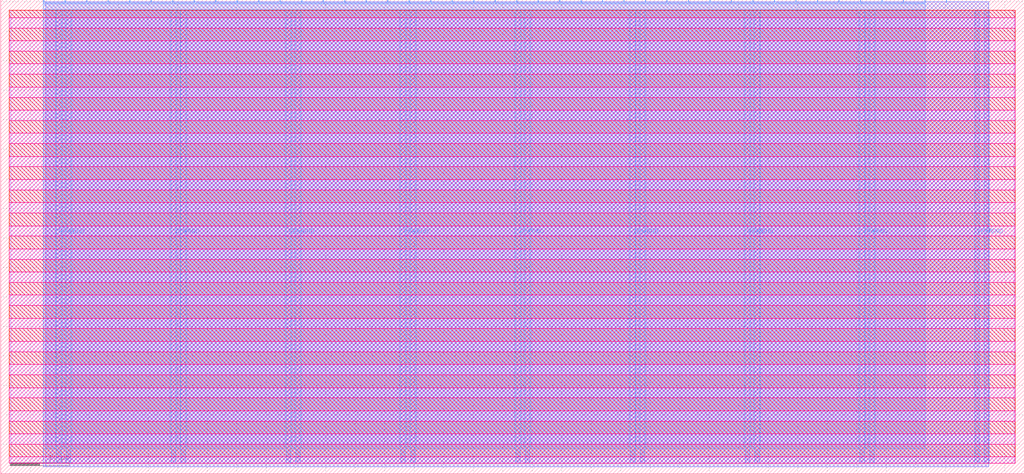
<source format=lef>
VERSION 5.7 ;
  NOWIREEXTENSIONATPIN ON ;
  DIVIDERCHAR "/" ;
  BUSBITCHARS "[]" ;
MACRO tt_um_rejunity_vga_logo
  CLASS BLOCK ;
  FOREIGN tt_um_rejunity_vga_logo ;
  ORIGIN 0.000 0.000 ;
  SIZE 346.640 BY 160.720 ;
  PIN VGND
    DIRECTION INOUT ;
    USE GROUND ;
    PORT
      LAYER Metal4 ;
        RECT 22.180 3.620 23.780 157.100 ;
    END
    PORT
      LAYER Metal4 ;
        RECT 61.050 3.620 62.650 157.100 ;
    END
    PORT
      LAYER Metal4 ;
        RECT 99.920 3.620 101.520 157.100 ;
    END
    PORT
      LAYER Metal4 ;
        RECT 138.790 3.620 140.390 157.100 ;
    END
    PORT
      LAYER Metal4 ;
        RECT 177.660 3.620 179.260 157.100 ;
    END
    PORT
      LAYER Metal4 ;
        RECT 216.530 3.620 218.130 157.100 ;
    END
    PORT
      LAYER Metal4 ;
        RECT 255.400 3.620 257.000 157.100 ;
    END
    PORT
      LAYER Metal4 ;
        RECT 294.270 3.620 295.870 157.100 ;
    END
    PORT
      LAYER Metal4 ;
        RECT 333.140 3.620 334.740 157.100 ;
    END
  END VGND
  PIN VPWR
    DIRECTION INOUT ;
    USE POWER ;
    PORT
      LAYER Metal4 ;
        RECT 18.880 3.620 20.480 157.100 ;
    END
    PORT
      LAYER Metal4 ;
        RECT 57.750 3.620 59.350 157.100 ;
    END
    PORT
      LAYER Metal4 ;
        RECT 96.620 3.620 98.220 157.100 ;
    END
    PORT
      LAYER Metal4 ;
        RECT 135.490 3.620 137.090 157.100 ;
    END
    PORT
      LAYER Metal4 ;
        RECT 174.360 3.620 175.960 157.100 ;
    END
    PORT
      LAYER Metal4 ;
        RECT 213.230 3.620 214.830 157.100 ;
    END
    PORT
      LAYER Metal4 ;
        RECT 252.100 3.620 253.700 157.100 ;
    END
    PORT
      LAYER Metal4 ;
        RECT 290.970 3.620 292.570 157.100 ;
    END
    PORT
      LAYER Metal4 ;
        RECT 329.840 3.620 331.440 157.100 ;
    END
  END VPWR
  PIN clk
    DIRECTION INPUT ;
    USE SIGNAL ;
    ANTENNAGATEAREA 4.738000 ;
    PORT
      LAYER Metal4 ;
        RECT 312.890 159.720 313.190 160.720 ;
    END
  END clk
  PIN ena
    DIRECTION INPUT ;
    USE SIGNAL ;
    PORT
      LAYER Metal4 ;
        RECT 320.170 159.720 320.470 160.720 ;
    END
  END ena
  PIN rst_n
    DIRECTION INPUT ;
    USE SIGNAL ;
    ANTENNAGATEAREA 0.396000 ;
    PORT
      LAYER Metal4 ;
        RECT 305.610 159.720 305.910 160.720 ;
    END
  END rst_n
  PIN ui_in[0]
    DIRECTION INPUT ;
    USE SIGNAL ;
    PORT
      LAYER Metal4 ;
        RECT 298.330 159.720 298.630 160.720 ;
    END
  END ui_in[0]
  PIN ui_in[1]
    DIRECTION INPUT ;
    USE SIGNAL ;
    PORT
      LAYER Metal4 ;
        RECT 291.050 159.720 291.350 160.720 ;
    END
  END ui_in[1]
  PIN ui_in[2]
    DIRECTION INPUT ;
    USE SIGNAL ;
    PORT
      LAYER Metal4 ;
        RECT 283.770 159.720 284.070 160.720 ;
    END
  END ui_in[2]
  PIN ui_in[3]
    DIRECTION INPUT ;
    USE SIGNAL ;
    PORT
      LAYER Metal4 ;
        RECT 276.490 159.720 276.790 160.720 ;
    END
  END ui_in[3]
  PIN ui_in[4]
    DIRECTION INPUT ;
    USE SIGNAL ;
    PORT
      LAYER Metal4 ;
        RECT 269.210 159.720 269.510 160.720 ;
    END
  END ui_in[4]
  PIN ui_in[5]
    DIRECTION INPUT ;
    USE SIGNAL ;
    PORT
      LAYER Metal4 ;
        RECT 261.930 159.720 262.230 160.720 ;
    END
  END ui_in[5]
  PIN ui_in[6]
    DIRECTION INPUT ;
    USE SIGNAL ;
    PORT
      LAYER Metal4 ;
        RECT 254.650 159.720 254.950 160.720 ;
    END
  END ui_in[6]
  PIN ui_in[7]
    DIRECTION INPUT ;
    USE SIGNAL ;
    PORT
      LAYER Metal4 ;
        RECT 247.370 159.720 247.670 160.720 ;
    END
  END ui_in[7]
  PIN uio_in[0]
    DIRECTION INPUT ;
    USE SIGNAL ;
    PORT
      LAYER Metal4 ;
        RECT 240.090 159.720 240.390 160.720 ;
    END
  END uio_in[0]
  PIN uio_in[1]
    DIRECTION INPUT ;
    USE SIGNAL ;
    PORT
      LAYER Metal4 ;
        RECT 232.810 159.720 233.110 160.720 ;
    END
  END uio_in[1]
  PIN uio_in[2]
    DIRECTION INPUT ;
    USE SIGNAL ;
    PORT
      LAYER Metal4 ;
        RECT 225.530 159.720 225.830 160.720 ;
    END
  END uio_in[2]
  PIN uio_in[3]
    DIRECTION INPUT ;
    USE SIGNAL ;
    PORT
      LAYER Metal4 ;
        RECT 218.250 159.720 218.550 160.720 ;
    END
  END uio_in[3]
  PIN uio_in[4]
    DIRECTION INPUT ;
    USE SIGNAL ;
    PORT
      LAYER Metal4 ;
        RECT 210.970 159.720 211.270 160.720 ;
    END
  END uio_in[4]
  PIN uio_in[5]
    DIRECTION INPUT ;
    USE SIGNAL ;
    PORT
      LAYER Metal4 ;
        RECT 203.690 159.720 203.990 160.720 ;
    END
  END uio_in[5]
  PIN uio_in[6]
    DIRECTION INPUT ;
    USE SIGNAL ;
    PORT
      LAYER Metal4 ;
        RECT 196.410 159.720 196.710 160.720 ;
    END
  END uio_in[6]
  PIN uio_in[7]
    DIRECTION INPUT ;
    USE SIGNAL ;
    PORT
      LAYER Metal4 ;
        RECT 189.130 159.720 189.430 160.720 ;
    END
  END uio_in[7]
  PIN uio_oe[0]
    DIRECTION OUTPUT ;
    USE SIGNAL ;
    ANTENNADIFFAREA 0.360800 ;
    PORT
      LAYER Metal4 ;
        RECT 65.370 159.720 65.670 160.720 ;
    END
  END uio_oe[0]
  PIN uio_oe[1]
    DIRECTION OUTPUT ;
    USE SIGNAL ;
    ANTENNADIFFAREA 0.360800 ;
    PORT
      LAYER Metal4 ;
        RECT 58.090 159.720 58.390 160.720 ;
    END
  END uio_oe[1]
  PIN uio_oe[2]
    DIRECTION OUTPUT ;
    USE SIGNAL ;
    ANTENNADIFFAREA 0.360800 ;
    PORT
      LAYER Metal4 ;
        RECT 50.810 159.720 51.110 160.720 ;
    END
  END uio_oe[2]
  PIN uio_oe[3]
    DIRECTION OUTPUT ;
    USE SIGNAL ;
    ANTENNADIFFAREA 0.360800 ;
    PORT
      LAYER Metal4 ;
        RECT 43.530 159.720 43.830 160.720 ;
    END
  END uio_oe[3]
  PIN uio_oe[4]
    DIRECTION OUTPUT ;
    USE SIGNAL ;
    ANTENNADIFFAREA 0.360800 ;
    PORT
      LAYER Metal4 ;
        RECT 36.250 159.720 36.550 160.720 ;
    END
  END uio_oe[4]
  PIN uio_oe[5]
    DIRECTION OUTPUT ;
    USE SIGNAL ;
    ANTENNADIFFAREA 0.360800 ;
    PORT
      LAYER Metal4 ;
        RECT 28.970 159.720 29.270 160.720 ;
    END
  END uio_oe[5]
  PIN uio_oe[6]
    DIRECTION OUTPUT ;
    USE SIGNAL ;
    ANTENNADIFFAREA 0.360800 ;
    PORT
      LAYER Metal4 ;
        RECT 21.690 159.720 21.990 160.720 ;
    END
  END uio_oe[6]
  PIN uio_oe[7]
    DIRECTION OUTPUT ;
    USE SIGNAL ;
    ANTENNADIFFAREA 0.360800 ;
    PORT
      LAYER Metal4 ;
        RECT 14.410 159.720 14.710 160.720 ;
    END
  END uio_oe[7]
  PIN uio_out[0]
    DIRECTION OUTPUT ;
    USE SIGNAL ;
    ANTENNADIFFAREA 0.360800 ;
    PORT
      LAYER Metal4 ;
        RECT 123.610 159.720 123.910 160.720 ;
    END
  END uio_out[0]
  PIN uio_out[1]
    DIRECTION OUTPUT ;
    USE SIGNAL ;
    ANTENNADIFFAREA 0.360800 ;
    PORT
      LAYER Metal4 ;
        RECT 116.330 159.720 116.630 160.720 ;
    END
  END uio_out[1]
  PIN uio_out[2]
    DIRECTION OUTPUT ;
    USE SIGNAL ;
    ANTENNADIFFAREA 0.360800 ;
    PORT
      LAYER Metal4 ;
        RECT 109.050 159.720 109.350 160.720 ;
    END
  END uio_out[2]
  PIN uio_out[3]
    DIRECTION OUTPUT ;
    USE SIGNAL ;
    ANTENNADIFFAREA 0.360800 ;
    PORT
      LAYER Metal4 ;
        RECT 101.770 159.720 102.070 160.720 ;
    END
  END uio_out[3]
  PIN uio_out[4]
    DIRECTION OUTPUT ;
    USE SIGNAL ;
    ANTENNADIFFAREA 0.360800 ;
    PORT
      LAYER Metal4 ;
        RECT 94.490 159.720 94.790 160.720 ;
    END
  END uio_out[4]
  PIN uio_out[5]
    DIRECTION OUTPUT ;
    USE SIGNAL ;
    ANTENNADIFFAREA 0.360800 ;
    PORT
      LAYER Metal4 ;
        RECT 87.210 159.720 87.510 160.720 ;
    END
  END uio_out[5]
  PIN uio_out[6]
    DIRECTION OUTPUT ;
    USE SIGNAL ;
    ANTENNADIFFAREA 0.360800 ;
    PORT
      LAYER Metal4 ;
        RECT 79.930 159.720 80.230 160.720 ;
    END
  END uio_out[6]
  PIN uio_out[7]
    DIRECTION OUTPUT ;
    USE SIGNAL ;
    ANTENNADIFFAREA 0.360800 ;
    PORT
      LAYER Metal4 ;
        RECT 72.650 159.720 72.950 160.720 ;
    END
  END uio_out[7]
  PIN uo_out[0]
    DIRECTION OUTPUT ;
    USE SIGNAL ;
    ANTENNADIFFAREA 2.932000 ;
    PORT
      LAYER Metal4 ;
        RECT 181.850 159.720 182.150 160.720 ;
    END
  END uo_out[0]
  PIN uo_out[1]
    DIRECTION OUTPUT ;
    USE SIGNAL ;
    ANTENNADIFFAREA 2.932000 ;
    PORT
      LAYER Metal4 ;
        RECT 174.570 159.720 174.870 160.720 ;
    END
  END uo_out[1]
  PIN uo_out[2]
    DIRECTION OUTPUT ;
    USE SIGNAL ;
    ANTENNADIFFAREA 3.879200 ;
    PORT
      LAYER Metal4 ;
        RECT 167.290 159.720 167.590 160.720 ;
    END
  END uo_out[2]
  PIN uo_out[3]
    DIRECTION OUTPUT ;
    USE SIGNAL ;
    ANTENNADIFFAREA 2.080400 ;
    PORT
      LAYER Metal4 ;
        RECT 160.010 159.720 160.310 160.720 ;
    END
  END uo_out[3]
  PIN uo_out[4]
    DIRECTION OUTPUT ;
    USE SIGNAL ;
    ANTENNADIFFAREA 2.932000 ;
    PORT
      LAYER Metal4 ;
        RECT 152.730 159.720 153.030 160.720 ;
    END
  END uo_out[4]
  PIN uo_out[5]
    DIRECTION OUTPUT ;
    USE SIGNAL ;
    ANTENNADIFFAREA 4.295200 ;
    PORT
      LAYER Metal4 ;
        RECT 145.450 159.720 145.750 160.720 ;
    END
  END uo_out[5]
  PIN uo_out[6]
    DIRECTION OUTPUT ;
    USE SIGNAL ;
    ANTENNADIFFAREA 2.932000 ;
    PORT
      LAYER Metal4 ;
        RECT 138.170 159.720 138.470 160.720 ;
    END
  END uo_out[6]
  PIN uo_out[7]
    DIRECTION OUTPUT ;
    USE SIGNAL ;
    ANTENNADIFFAREA 1.986000 ;
    PORT
      LAYER Metal4 ;
        RECT 130.890 159.720 131.190 160.720 ;
    END
  END uo_out[7]
  OBS
      LAYER Nwell ;
        RECT 2.930 154.640 343.710 157.230 ;
      LAYER Pwell ;
        RECT 2.930 151.120 343.710 154.640 ;
      LAYER Nwell ;
        RECT 2.930 146.800 343.710 151.120 ;
      LAYER Pwell ;
        RECT 2.930 143.280 343.710 146.800 ;
      LAYER Nwell ;
        RECT 2.930 138.960 343.710 143.280 ;
      LAYER Pwell ;
        RECT 2.930 135.440 343.710 138.960 ;
      LAYER Nwell ;
        RECT 2.930 131.120 343.710 135.440 ;
      LAYER Pwell ;
        RECT 2.930 127.600 343.710 131.120 ;
      LAYER Nwell ;
        RECT 2.930 123.280 343.710 127.600 ;
      LAYER Pwell ;
        RECT 2.930 119.760 343.710 123.280 ;
      LAYER Nwell ;
        RECT 2.930 115.440 343.710 119.760 ;
      LAYER Pwell ;
        RECT 2.930 111.920 343.710 115.440 ;
      LAYER Nwell ;
        RECT 2.930 107.600 343.710 111.920 ;
      LAYER Pwell ;
        RECT 2.930 104.080 343.710 107.600 ;
      LAYER Nwell ;
        RECT 2.930 99.760 343.710 104.080 ;
      LAYER Pwell ;
        RECT 2.930 96.240 343.710 99.760 ;
      LAYER Nwell ;
        RECT 2.930 91.920 343.710 96.240 ;
      LAYER Pwell ;
        RECT 2.930 88.400 343.710 91.920 ;
      LAYER Nwell ;
        RECT 2.930 84.080 343.710 88.400 ;
      LAYER Pwell ;
        RECT 2.930 80.560 343.710 84.080 ;
      LAYER Nwell ;
        RECT 2.930 76.240 343.710 80.560 ;
      LAYER Pwell ;
        RECT 2.930 72.720 343.710 76.240 ;
      LAYER Nwell ;
        RECT 2.930 68.400 343.710 72.720 ;
      LAYER Pwell ;
        RECT 2.930 64.880 343.710 68.400 ;
      LAYER Nwell ;
        RECT 2.930 60.560 343.710 64.880 ;
      LAYER Pwell ;
        RECT 2.930 57.040 343.710 60.560 ;
      LAYER Nwell ;
        RECT 2.930 52.720 343.710 57.040 ;
      LAYER Pwell ;
        RECT 2.930 49.200 343.710 52.720 ;
      LAYER Nwell ;
        RECT 2.930 44.880 343.710 49.200 ;
      LAYER Pwell ;
        RECT 2.930 41.360 343.710 44.880 ;
      LAYER Nwell ;
        RECT 2.930 37.040 343.710 41.360 ;
      LAYER Pwell ;
        RECT 2.930 33.520 343.710 37.040 ;
      LAYER Nwell ;
        RECT 2.930 29.200 343.710 33.520 ;
      LAYER Pwell ;
        RECT 2.930 25.680 343.710 29.200 ;
      LAYER Nwell ;
        RECT 2.930 21.360 343.710 25.680 ;
      LAYER Pwell ;
        RECT 2.930 17.840 343.710 21.360 ;
      LAYER Nwell ;
        RECT 2.930 13.520 343.710 17.840 ;
      LAYER Pwell ;
        RECT 2.930 10.000 343.710 13.520 ;
      LAYER Nwell ;
        RECT 2.930 5.680 343.710 10.000 ;
      LAYER Pwell ;
        RECT 2.930 3.490 343.710 5.680 ;
      LAYER Metal1 ;
        RECT 3.360 3.620 343.280 157.100 ;
      LAYER Metal2 ;
        RECT 15.260 2.330 334.600 160.070 ;
      LAYER Metal3 ;
        RECT 14.370 2.380 334.650 160.020 ;
      LAYER Metal4 ;
        RECT 15.010 159.420 21.390 159.720 ;
        RECT 22.290 159.420 28.670 159.720 ;
        RECT 29.570 159.420 35.950 159.720 ;
        RECT 36.850 159.420 43.230 159.720 ;
        RECT 44.130 159.420 50.510 159.720 ;
        RECT 51.410 159.420 57.790 159.720 ;
        RECT 58.690 159.420 65.070 159.720 ;
        RECT 65.970 159.420 72.350 159.720 ;
        RECT 73.250 159.420 79.630 159.720 ;
        RECT 80.530 159.420 86.910 159.720 ;
        RECT 87.810 159.420 94.190 159.720 ;
        RECT 95.090 159.420 101.470 159.720 ;
        RECT 102.370 159.420 108.750 159.720 ;
        RECT 109.650 159.420 116.030 159.720 ;
        RECT 116.930 159.420 123.310 159.720 ;
        RECT 124.210 159.420 130.590 159.720 ;
        RECT 131.490 159.420 137.870 159.720 ;
        RECT 138.770 159.420 145.150 159.720 ;
        RECT 146.050 159.420 152.430 159.720 ;
        RECT 153.330 159.420 159.710 159.720 ;
        RECT 160.610 159.420 166.990 159.720 ;
        RECT 167.890 159.420 174.270 159.720 ;
        RECT 175.170 159.420 181.550 159.720 ;
        RECT 182.450 159.420 188.830 159.720 ;
        RECT 189.730 159.420 196.110 159.720 ;
        RECT 197.010 159.420 203.390 159.720 ;
        RECT 204.290 159.420 210.670 159.720 ;
        RECT 211.570 159.420 217.950 159.720 ;
        RECT 218.850 159.420 225.230 159.720 ;
        RECT 226.130 159.420 232.510 159.720 ;
        RECT 233.410 159.420 239.790 159.720 ;
        RECT 240.690 159.420 247.070 159.720 ;
        RECT 247.970 159.420 254.350 159.720 ;
        RECT 255.250 159.420 261.630 159.720 ;
        RECT 262.530 159.420 268.910 159.720 ;
        RECT 269.810 159.420 276.190 159.720 ;
        RECT 277.090 159.420 283.470 159.720 ;
        RECT 284.370 159.420 290.750 159.720 ;
        RECT 291.650 159.420 298.030 159.720 ;
        RECT 298.930 159.420 305.310 159.720 ;
        RECT 306.210 159.420 312.590 159.720 ;
        RECT 14.420 157.400 313.180 159.420 ;
        RECT 14.420 8.490 18.580 157.400 ;
        RECT 20.780 8.490 21.880 157.400 ;
        RECT 24.080 8.490 57.450 157.400 ;
        RECT 59.650 8.490 60.750 157.400 ;
        RECT 62.950 8.490 96.320 157.400 ;
        RECT 98.520 8.490 99.620 157.400 ;
        RECT 101.820 8.490 135.190 157.400 ;
        RECT 137.390 8.490 138.490 157.400 ;
        RECT 140.690 8.490 174.060 157.400 ;
        RECT 176.260 8.490 177.360 157.400 ;
        RECT 179.560 8.490 212.930 157.400 ;
        RECT 215.130 8.490 216.230 157.400 ;
        RECT 218.430 8.490 251.800 157.400 ;
        RECT 254.000 8.490 255.100 157.400 ;
        RECT 257.300 8.490 290.670 157.400 ;
        RECT 292.870 8.490 293.970 157.400 ;
        RECT 296.170 8.490 313.180 157.400 ;
  END
END tt_um_rejunity_vga_logo
END LIBRARY


</source>
